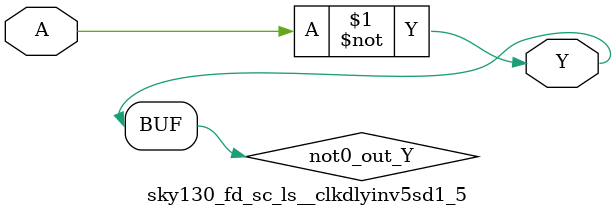
<source format=v>
module sky130_fd_sc_ls__clkdlyinv5sd1_5 (
    Y,
    A
);
    output Y;
    input  A;
    wire not0_out_Y;
    not not0 (not0_out_Y, A              );
    buf buf0 (Y         , not0_out_Y     );
endmodule
</source>
